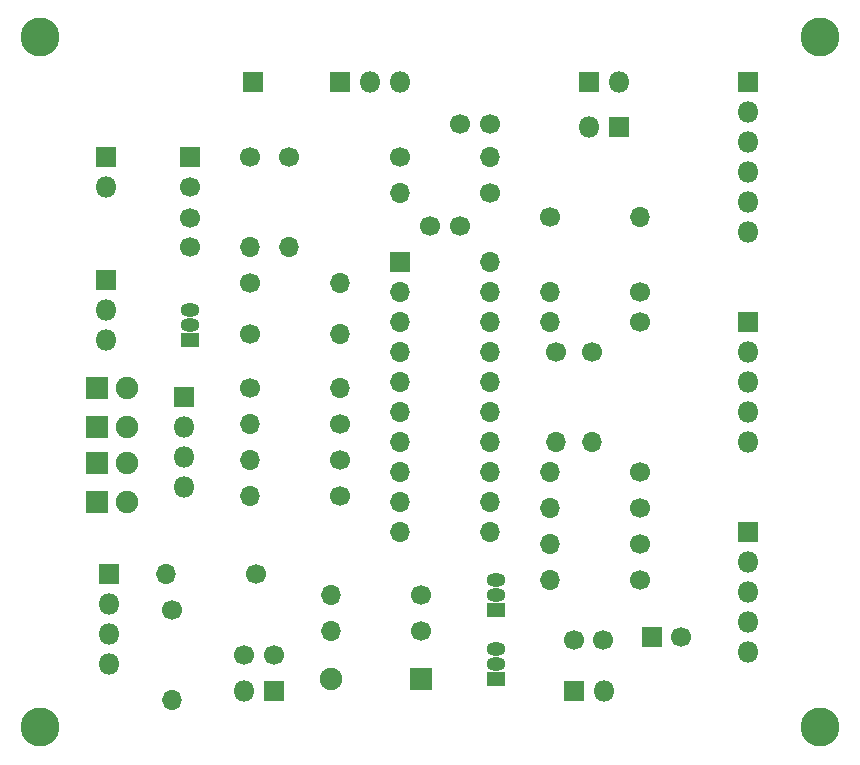
<source format=gbr>
%TF.GenerationSoftware,KiCad,Pcbnew,(5.1.6)-1*%
%TF.CreationDate,2020-07-01T11:52:29+01:00*%
%TF.ProjectId,QO100_Control_V2,514f3130-305f-4436-9f6e-74726f6c5f56,rev?*%
%TF.SameCoordinates,Original*%
%TF.FileFunction,Soldermask,Top*%
%TF.FilePolarity,Negative*%
%FSLAX46Y46*%
G04 Gerber Fmt 4.6, Leading zero omitted, Abs format (unit mm)*
G04 Created by KiCad (PCBNEW (5.1.6)-1) date 2020-07-01 11:52:29*
%MOMM*%
%LPD*%
G01*
G04 APERTURE LIST*
%ADD10R,1.800000X1.800000*%
%ADD11O,1.800000X1.800000*%
%ADD12O,1.700000X1.700000*%
%ADD13C,1.700000*%
%ADD14C,3.300000*%
%ADD15R,1.700000X1.700000*%
%ADD16R,1.900000X1.900000*%
%ADD17C,1.900000*%
%ADD18O,1.600000X1.150000*%
%ADD19R,1.600000X1.150000*%
%ADD20O,1.900000X1.900000*%
G04 APERTURE END LIST*
D10*
%TO.C,JP1*%
X159766000Y-80518000D03*
D11*
X157226000Y-80518000D03*
%TD*%
D12*
%TO.C,R11*%
X153924000Y-112776000D03*
D13*
X161544000Y-112776000D03*
%TD*%
D14*
%TO.C,TP1*%
X110744000Y-72898000D03*
%TD*%
D13*
%TO.C,C1*%
X123444000Y-90678000D03*
X123444000Y-88178000D03*
%TD*%
%TO.C,C2*%
X148844000Y-80264000D03*
X146344000Y-80264000D03*
%TD*%
D15*
%TO.C,C3*%
X123444000Y-83058000D03*
D13*
X123444000Y-85558000D03*
%TD*%
%TO.C,C4*%
X146304000Y-88900000D03*
X143804000Y-88900000D03*
%TD*%
%TO.C,C5*%
X128056000Y-125222000D03*
X130556000Y-125222000D03*
%TD*%
%TO.C,C6*%
X155956000Y-123952000D03*
X158456000Y-123952000D03*
%TD*%
%TO.C,C7*%
X165060000Y-123698000D03*
D15*
X162560000Y-123698000D03*
%TD*%
D16*
%TO.C,D1*%
X115570000Y-102616000D03*
D17*
X118110000Y-102616000D03*
%TD*%
D16*
%TO.C,D2*%
X115570000Y-105918000D03*
D17*
X118110000Y-105918000D03*
%TD*%
%TO.C,D3*%
X118110000Y-108966000D03*
D16*
X115570000Y-108966000D03*
%TD*%
D10*
%TO.C,J1*%
X128778000Y-76708000D03*
%TD*%
D11*
%TO.C,J2*%
X116332000Y-85598000D03*
D10*
X116332000Y-83058000D03*
%TD*%
%TO.C,J3*%
X170688000Y-76708000D03*
D11*
X170688000Y-79248000D03*
X170688000Y-81788000D03*
X170688000Y-84328000D03*
X170688000Y-86868000D03*
X170688000Y-89408000D03*
%TD*%
D10*
%TO.C,J6*%
X116332000Y-93472000D03*
D11*
X116332000Y-96012000D03*
X116332000Y-98552000D03*
%TD*%
%TO.C,J7*%
X128016000Y-128270000D03*
D10*
X130556000Y-128270000D03*
%TD*%
%TO.C,J8*%
X155956000Y-128270000D03*
D11*
X158496000Y-128270000D03*
%TD*%
%TO.C,JP2*%
X141224000Y-76708000D03*
X138684000Y-76708000D03*
D10*
X136144000Y-76708000D03*
%TD*%
%TO.C,JP3*%
X157226000Y-76708000D03*
D11*
X159766000Y-76708000D03*
%TD*%
D18*
%TO.C,Q1*%
X123444000Y-97282000D03*
X123444000Y-96012000D03*
D19*
X123444000Y-98552000D03*
%TD*%
%TO.C,Q2*%
X149352000Y-121412000D03*
D18*
X149352000Y-118872000D03*
X149352000Y-120142000D03*
%TD*%
%TO.C,Q3*%
X149352000Y-125984000D03*
X149352000Y-124714000D03*
D19*
X149352000Y-127254000D03*
%TD*%
D15*
%TO.C,U1*%
X141224000Y-91948000D03*
D12*
X148844000Y-114808000D03*
X141224000Y-94488000D03*
X148844000Y-112268000D03*
X141224000Y-97028000D03*
X148844000Y-109728000D03*
X141224000Y-99568000D03*
X148844000Y-107188000D03*
X141224000Y-102108000D03*
X148844000Y-104648000D03*
X141224000Y-104648000D03*
X148844000Y-102108000D03*
X141224000Y-107188000D03*
X148844000Y-99568000D03*
X141224000Y-109728000D03*
X148844000Y-97028000D03*
X141224000Y-112268000D03*
X148844000Y-94488000D03*
X141224000Y-114808000D03*
X148844000Y-91948000D03*
%TD*%
D13*
%TO.C,R1*%
X128524000Y-83058000D03*
D12*
X128524000Y-90678000D03*
%TD*%
%TO.C,R2*%
X131826000Y-90678000D03*
D13*
X131826000Y-83058000D03*
%TD*%
D12*
%TO.C,R3*%
X148844000Y-83058000D03*
D13*
X141224000Y-83058000D03*
%TD*%
%TO.C,R4*%
X128524000Y-102616000D03*
D12*
X136144000Y-102616000D03*
%TD*%
%TO.C,R5*%
X153924000Y-94488000D03*
D13*
X161544000Y-94488000D03*
%TD*%
%TO.C,R6*%
X161544000Y-97028000D03*
D12*
X153924000Y-97028000D03*
%TD*%
%TO.C,R7*%
X141224000Y-86106000D03*
D13*
X148844000Y-86106000D03*
%TD*%
%TO.C,R8*%
X128524000Y-98044000D03*
D12*
X136144000Y-98044000D03*
%TD*%
%TO.C,R9*%
X136144000Y-93726000D03*
D13*
X128524000Y-93726000D03*
%TD*%
%TO.C,R10*%
X161544000Y-109728000D03*
D12*
X153924000Y-109728000D03*
%TD*%
D13*
%TO.C,R12*%
X157480000Y-99568000D03*
D12*
X157480000Y-107188000D03*
%TD*%
D13*
%TO.C,R13*%
X154432000Y-99568000D03*
D12*
X154432000Y-107188000D03*
%TD*%
D13*
%TO.C,R14*%
X153924000Y-88138000D03*
D12*
X161544000Y-88138000D03*
%TD*%
D13*
%TO.C,R15*%
X136144000Y-105664000D03*
D12*
X128524000Y-105664000D03*
%TD*%
%TO.C,R16*%
X128524000Y-108712000D03*
D13*
X136144000Y-108712000D03*
%TD*%
D12*
%TO.C,R17*%
X135382000Y-120142000D03*
D13*
X143002000Y-120142000D03*
%TD*%
%TO.C,R18*%
X161544000Y-118872000D03*
D12*
X153924000Y-118872000D03*
%TD*%
%TO.C,R19*%
X153924000Y-115824000D03*
D13*
X161544000Y-115824000D03*
%TD*%
D12*
%TO.C,R20*%
X121412000Y-118364000D03*
D13*
X129032000Y-118364000D03*
%TD*%
%TO.C,R21*%
X121920000Y-121412000D03*
D12*
X121920000Y-129032000D03*
%TD*%
%TO.C,R22*%
X135382000Y-123190000D03*
D13*
X143002000Y-123190000D03*
%TD*%
D16*
%TO.C,D4*%
X143002000Y-127254000D03*
D20*
X135382000Y-127254000D03*
%TD*%
D16*
%TO.C,D5*%
X115570000Y-112268000D03*
D17*
X118110000Y-112268000D03*
%TD*%
D11*
%TO.C,J4*%
X170688000Y-107188000D03*
X170688000Y-104648000D03*
X170688000Y-102108000D03*
X170688000Y-99568000D03*
D10*
X170688000Y-97028000D03*
%TD*%
%TO.C,J5*%
X170688000Y-114808000D03*
D11*
X170688000Y-117348000D03*
X170688000Y-119888000D03*
X170688000Y-122428000D03*
X170688000Y-124968000D03*
%TD*%
%TO.C,J9*%
X116586000Y-125984000D03*
X116586000Y-123444000D03*
X116586000Y-120904000D03*
D10*
X116586000Y-118364000D03*
%TD*%
%TO.C,J10*%
X122936000Y-103378000D03*
D11*
X122936000Y-105918000D03*
X122936000Y-108458000D03*
X122936000Y-110998000D03*
%TD*%
D13*
%TO.C,R23*%
X136144000Y-111760000D03*
D12*
X128524000Y-111760000D03*
%TD*%
D14*
%TO.C,TP2*%
X176784000Y-72898000D03*
%TD*%
%TO.C,TP3*%
X176784000Y-131318000D03*
%TD*%
%TO.C,TP4*%
X110744000Y-131318000D03*
%TD*%
M02*

</source>
